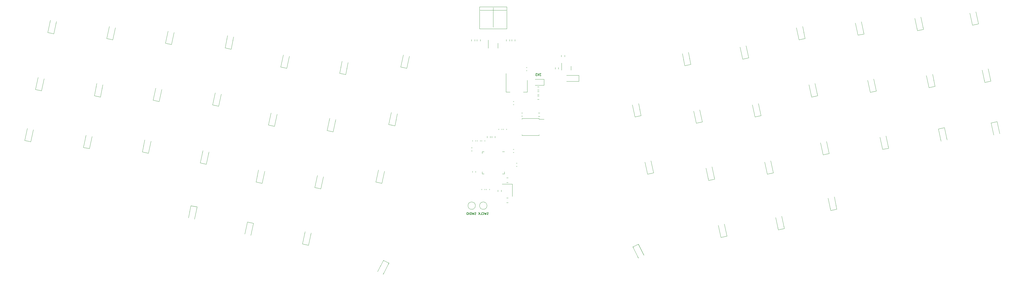
<source format=gbr>
%TF.GenerationSoftware,KiCad,Pcbnew,7.0.2*%
%TF.CreationDate,2024-09-11T18:36:25+10:00*%
%TF.ProjectId,keyboard,6b657962-6f61-4726-942e-6b696361645f,v1.0.0*%
%TF.SameCoordinates,Original*%
%TF.FileFunction,Legend,Bot*%
%TF.FilePolarity,Positive*%
%FSLAX46Y46*%
G04 Gerber Fmt 4.6, Leading zero omitted, Abs format (unit mm)*
G04 Created by KiCad (PCBNEW 7.0.2) date 2024-09-11 18:36:25*
%MOMM*%
%LPD*%
G01*
G04 APERTURE LIST*
%ADD10C,0.150000*%
%ADD11C,0.120000*%
%ADD12C,0.100000*%
%ADD13C,0.020000*%
G04 APERTURE END LIST*
D10*
X227900000Y-119964333D02*
X227466666Y-119964333D01*
X227466666Y-119964333D02*
X227700000Y-120231000D01*
X227700000Y-120231000D02*
X227600000Y-120231000D01*
X227600000Y-120231000D02*
X227533333Y-120264333D01*
X227533333Y-120264333D02*
X227500000Y-120297666D01*
X227500000Y-120297666D02*
X227466666Y-120364333D01*
X227466666Y-120364333D02*
X227466666Y-120531000D01*
X227466666Y-120531000D02*
X227500000Y-120597666D01*
X227500000Y-120597666D02*
X227533333Y-120631000D01*
X227533333Y-120631000D02*
X227600000Y-120664333D01*
X227600000Y-120664333D02*
X227800000Y-120664333D01*
X227800000Y-120664333D02*
X227866666Y-120631000D01*
X227866666Y-120631000D02*
X227900000Y-120597666D01*
X227266666Y-119964333D02*
X227033333Y-120664333D01*
X227033333Y-120664333D02*
X226799999Y-119964333D01*
X226633333Y-119964333D02*
X226199999Y-119964333D01*
X226199999Y-119964333D02*
X226433333Y-120231000D01*
X226433333Y-120231000D02*
X226333333Y-120231000D01*
X226333333Y-120231000D02*
X226266666Y-120264333D01*
X226266666Y-120264333D02*
X226233333Y-120297666D01*
X226233333Y-120297666D02*
X226199999Y-120364333D01*
X226199999Y-120364333D02*
X226199999Y-120531000D01*
X226199999Y-120531000D02*
X226233333Y-120597666D01*
X226233333Y-120597666D02*
X226266666Y-120631000D01*
X226266666Y-120631000D02*
X226333333Y-120664333D01*
X226333333Y-120664333D02*
X226533333Y-120664333D01*
X226533333Y-120664333D02*
X226599999Y-120631000D01*
X226599999Y-120631000D02*
X226633333Y-120597666D01*
X210866666Y-165631000D02*
X210766666Y-165664333D01*
X210766666Y-165664333D02*
X210600000Y-165664333D01*
X210600000Y-165664333D02*
X210533333Y-165631000D01*
X210533333Y-165631000D02*
X210500000Y-165597666D01*
X210500000Y-165597666D02*
X210466666Y-165531000D01*
X210466666Y-165531000D02*
X210466666Y-165464333D01*
X210466666Y-165464333D02*
X210500000Y-165397666D01*
X210500000Y-165397666D02*
X210533333Y-165364333D01*
X210533333Y-165364333D02*
X210600000Y-165331000D01*
X210600000Y-165331000D02*
X210733333Y-165297666D01*
X210733333Y-165297666D02*
X210800000Y-165264333D01*
X210800000Y-165264333D02*
X210833333Y-165231000D01*
X210833333Y-165231000D02*
X210866666Y-165164333D01*
X210866666Y-165164333D02*
X210866666Y-165097666D01*
X210866666Y-165097666D02*
X210833333Y-165031000D01*
X210833333Y-165031000D02*
X210800000Y-164997666D01*
X210800000Y-164997666D02*
X210733333Y-164964333D01*
X210733333Y-164964333D02*
X210566666Y-164964333D01*
X210566666Y-164964333D02*
X210466666Y-164997666D01*
X210233333Y-164964333D02*
X210066666Y-165664333D01*
X210066666Y-165664333D02*
X209933333Y-165164333D01*
X209933333Y-165164333D02*
X209799999Y-165664333D01*
X209799999Y-165664333D02*
X209633333Y-164964333D01*
X208966666Y-165597666D02*
X208999999Y-165631000D01*
X208999999Y-165631000D02*
X209099999Y-165664333D01*
X209099999Y-165664333D02*
X209166666Y-165664333D01*
X209166666Y-165664333D02*
X209266666Y-165631000D01*
X209266666Y-165631000D02*
X209333333Y-165564333D01*
X209333333Y-165564333D02*
X209366666Y-165497666D01*
X209366666Y-165497666D02*
X209399999Y-165364333D01*
X209399999Y-165364333D02*
X209399999Y-165264333D01*
X209399999Y-165264333D02*
X209366666Y-165131000D01*
X209366666Y-165131000D02*
X209333333Y-165064333D01*
X209333333Y-165064333D02*
X209266666Y-164997666D01*
X209266666Y-164997666D02*
X209166666Y-164964333D01*
X209166666Y-164964333D02*
X209099999Y-164964333D01*
X209099999Y-164964333D02*
X208999999Y-164997666D01*
X208999999Y-164997666D02*
X208966666Y-165031000D01*
X208333333Y-165664333D02*
X208666666Y-165664333D01*
X208666666Y-165664333D02*
X208666666Y-164964333D01*
X208099999Y-165664333D02*
X208099999Y-164964333D01*
X207699999Y-165664333D02*
X207999999Y-165264333D01*
X207699999Y-164964333D02*
X208099999Y-165364333D01*
X206866666Y-165631000D02*
X206766666Y-165664333D01*
X206766666Y-165664333D02*
X206600000Y-165664333D01*
X206600000Y-165664333D02*
X206533333Y-165631000D01*
X206533333Y-165631000D02*
X206500000Y-165597666D01*
X206500000Y-165597666D02*
X206466666Y-165531000D01*
X206466666Y-165531000D02*
X206466666Y-165464333D01*
X206466666Y-165464333D02*
X206500000Y-165397666D01*
X206500000Y-165397666D02*
X206533333Y-165364333D01*
X206533333Y-165364333D02*
X206600000Y-165331000D01*
X206600000Y-165331000D02*
X206733333Y-165297666D01*
X206733333Y-165297666D02*
X206800000Y-165264333D01*
X206800000Y-165264333D02*
X206833333Y-165231000D01*
X206833333Y-165231000D02*
X206866666Y-165164333D01*
X206866666Y-165164333D02*
X206866666Y-165097666D01*
X206866666Y-165097666D02*
X206833333Y-165031000D01*
X206833333Y-165031000D02*
X206800000Y-164997666D01*
X206800000Y-164997666D02*
X206733333Y-164964333D01*
X206733333Y-164964333D02*
X206566666Y-164964333D01*
X206566666Y-164964333D02*
X206466666Y-164997666D01*
X206233333Y-164964333D02*
X206066666Y-165664333D01*
X206066666Y-165664333D02*
X205933333Y-165164333D01*
X205933333Y-165164333D02*
X205799999Y-165664333D01*
X205799999Y-165664333D02*
X205633333Y-164964333D01*
X205366666Y-165664333D02*
X205366666Y-164964333D01*
X205366666Y-164964333D02*
X205199999Y-164964333D01*
X205199999Y-164964333D02*
X205099999Y-164997666D01*
X205099999Y-164997666D02*
X205033333Y-165064333D01*
X205033333Y-165064333D02*
X204999999Y-165131000D01*
X204999999Y-165131000D02*
X204966666Y-165264333D01*
X204966666Y-165264333D02*
X204966666Y-165364333D01*
X204966666Y-165364333D02*
X204999999Y-165497666D01*
X204999999Y-165497666D02*
X205033333Y-165564333D01*
X205033333Y-165564333D02*
X205099999Y-165631000D01*
X205099999Y-165631000D02*
X205199999Y-165664333D01*
X205199999Y-165664333D02*
X205366666Y-165664333D01*
X204666666Y-165664333D02*
X204666666Y-164964333D01*
X204200000Y-164964333D02*
X204066666Y-164964333D01*
X204066666Y-164964333D02*
X204000000Y-164997666D01*
X204000000Y-164997666D02*
X203933333Y-165064333D01*
X203933333Y-165064333D02*
X203900000Y-165197666D01*
X203900000Y-165197666D02*
X203900000Y-165431000D01*
X203900000Y-165431000D02*
X203933333Y-165564333D01*
X203933333Y-165564333D02*
X204000000Y-165631000D01*
X204000000Y-165631000D02*
X204066666Y-165664333D01*
X204066666Y-165664333D02*
X204200000Y-165664333D01*
X204200000Y-165664333D02*
X204266666Y-165631000D01*
X204266666Y-165631000D02*
X204333333Y-165564333D01*
X204333333Y-165564333D02*
X204366666Y-165431000D01*
X204366666Y-165431000D02*
X204366666Y-165197666D01*
X204366666Y-165197666D02*
X204333333Y-165064333D01*
X204333333Y-165064333D02*
X204266666Y-164997666D01*
X204266666Y-164997666D02*
X204200000Y-164964333D01*
D11*
%TO.C,D26*%
X178712424Y-181351215D02*
X176891922Y-184924151D01*
X176930411Y-180443234D02*
X178712424Y-181351215D01*
X176930411Y-180443234D02*
X175109909Y-184016170D01*
%TO.C,R8*%
X226995276Y-132727500D02*
X227504724Y-132727500D01*
X226995276Y-133772500D02*
X227504724Y-133772500D01*
%TO.C,D38*%
X304512524Y-170516340D02*
X303678798Y-166593968D01*
X306468819Y-170100517D02*
X304512524Y-170516340D01*
X306468819Y-170100517D02*
X305635093Y-166178145D01*
%TO.C,C10*%
X214240000Y-138146267D02*
X214240000Y-137853733D01*
X215260000Y-138146267D02*
X215260000Y-137853733D01*
%TO.C,D30*%
X259319589Y-175193234D02*
X261140091Y-178766170D01*
X257537576Y-176101215D02*
X259319589Y-175193234D01*
X257537576Y-176101215D02*
X259358078Y-179674151D01*
D12*
%TO.C,J1*%
X208027159Y-105412500D02*
X208027159Y-98312500D01*
X208027159Y-105412500D02*
X216827159Y-105412500D01*
D13*
X212427159Y-104932500D02*
X212427159Y-98612500D01*
D12*
X216627159Y-99412500D02*
X208227159Y-99412500D01*
X216827159Y-98312500D02*
X208027159Y-98312500D01*
X216827159Y-105412500D02*
X216827159Y-98312500D01*
D11*
%TO.C,D43*%
X330262524Y-107516340D02*
X329428798Y-103593968D01*
X332218819Y-107100517D02*
X330262524Y-107516340D01*
X332218819Y-107100517D02*
X331385093Y-103178145D01*
%TO.C,D3*%
X64531181Y-125100517D02*
X65364907Y-121178145D01*
X66487476Y-125516340D02*
X64531181Y-125100517D01*
X66487476Y-125516340D02*
X67321202Y-121593968D01*
%TO.C,D39*%
X311262524Y-109016340D02*
X310428798Y-105093968D01*
X313218819Y-108600517D02*
X311262524Y-109016340D01*
X313218819Y-108600517D02*
X312385093Y-104678145D01*
%TO.C,D25*%
X174531181Y-155100517D02*
X175364907Y-151178145D01*
X176487476Y-155516340D02*
X174531181Y-155100517D01*
X176487476Y-155516340D02*
X177321202Y-151593968D01*
%TO.C,C3*%
X216738748Y-153746250D02*
X217261252Y-153746250D01*
X216738748Y-155216250D02*
X217261252Y-155216250D01*
%TO.C,U3*%
X227225000Y-139975000D02*
X227225000Y-139715000D01*
X227225000Y-134785000D02*
X228900000Y-134785000D01*
X227225000Y-134525000D02*
X227225000Y-134785000D01*
X224500000Y-139975000D02*
X227225000Y-139975000D01*
X224500000Y-139975000D02*
X221775000Y-139975000D01*
X224500000Y-134525000D02*
X227225000Y-134525000D01*
X224500000Y-134525000D02*
X221775000Y-134525000D01*
X221775000Y-139975000D02*
X221775000Y-139715000D01*
X221775000Y-134525000D02*
X221775000Y-134785000D01*
%TO.C,D5*%
X87531181Y-108600517D02*
X88364907Y-104678145D01*
X89487476Y-109016340D02*
X87531181Y-108600517D01*
X89487476Y-109016340D02*
X90321202Y-105093968D01*
%TO.C,R4*%
X206488578Y-108907776D02*
X206488578Y-109417224D01*
X205443578Y-108907776D02*
X205443578Y-109417224D01*
%TO.C,C9*%
X207240000Y-141896267D02*
X207240000Y-141603733D01*
X208260000Y-141896267D02*
X208260000Y-141603733D01*
%TO.C,U4*%
X216071078Y-152422500D02*
X216071078Y-151772500D01*
X215421078Y-152422500D02*
X216071078Y-152422500D01*
X215421078Y-145202500D02*
X216071078Y-145202500D01*
X209501078Y-152422500D02*
X208851078Y-152422500D01*
X209501078Y-145202500D02*
X208851078Y-145202500D01*
X208851078Y-152422500D02*
X208851078Y-151772500D01*
X208851078Y-145202500D02*
X208851078Y-145852500D01*
%TO.C,D34*%
X286012524Y-173016340D02*
X285178798Y-169093968D01*
X287968819Y-172600517D02*
X286012524Y-173016340D01*
X287968819Y-172600517D02*
X287135093Y-168678145D01*
%TO.C,D14*%
X116718819Y-163149483D02*
X115885093Y-167071855D01*
X114762524Y-162733660D02*
X116718819Y-163149483D01*
X114762524Y-162733660D02*
X113928798Y-166656032D01*
%TO.C,D42*%
X321512524Y-164266340D02*
X320678798Y-160343968D01*
X323468819Y-163850517D02*
X321512524Y-164266340D01*
X323468819Y-163850517D02*
X322635093Y-159928145D01*
%TO.C,R13*%
X211522500Y-140245276D02*
X211522500Y-140754724D01*
X210477500Y-140245276D02*
X210477500Y-140754724D01*
%TO.C,D44*%
X334262524Y-126016340D02*
X333428798Y-122093968D01*
X336218819Y-125600517D02*
X334262524Y-126016340D01*
X336218819Y-125600517D02*
X335385093Y-121678145D01*
%TO.C,D11*%
X125781181Y-111600517D02*
X126614907Y-107678145D01*
X127737476Y-112016340D02*
X125781181Y-111600517D01*
X127737476Y-112016340D02*
X128571202Y-108093968D01*
%TO.C,D50*%
X371262524Y-122766340D02*
X370428798Y-118843968D01*
X373218819Y-122350517D02*
X371262524Y-122766340D01*
X373218819Y-122350517D02*
X372385093Y-118428145D01*
%TO.C,C16*%
X218853733Y-144490000D02*
X219146267Y-144490000D01*
X218853733Y-145510000D02*
X219146267Y-145510000D01*
%TO.C,D1*%
X228860000Y-123710000D02*
X226000000Y-123710000D01*
X228860000Y-121790000D02*
X228860000Y-123710000D01*
X226000000Y-121790000D02*
X228860000Y-121790000D01*
%TO.C,C12*%
X205646267Y-145010000D02*
X205353733Y-145010000D01*
X205646267Y-143990000D02*
X205353733Y-143990000D01*
%TO.C,R12*%
X213022500Y-140245276D02*
X213022500Y-140754724D01*
X211977500Y-140245276D02*
X211977500Y-140754724D01*
%TO.C,D48*%
X358237476Y-137483660D02*
X359071202Y-141406032D01*
X356281181Y-137899483D02*
X358237476Y-137483660D01*
X356281181Y-137899483D02*
X357114907Y-141821855D01*
%TO.C,D12*%
X121781181Y-130100517D02*
X122614907Y-126178145D01*
X123737476Y-130516340D02*
X121781181Y-130100517D01*
X123737476Y-130516340D02*
X124571202Y-126593968D01*
%TO.C,D7*%
X80031181Y-143850517D02*
X80864907Y-139928145D01*
X81987476Y-144266340D02*
X80031181Y-143850517D01*
X81987476Y-144266340D02*
X82821202Y-140343968D01*
%TO.C,D10*%
X99031181Y-145350517D02*
X99864907Y-141428145D01*
X100987476Y-145766340D02*
X99031181Y-145350517D01*
X100987476Y-145766340D02*
X101821202Y-141843968D01*
%TO.C,D16*%
X139781181Y-136600517D02*
X140614907Y-132678145D01*
X141737476Y-137016340D02*
X139781181Y-136600517D01*
X141737476Y-137016340D02*
X142571202Y-133093968D01*
%TO.C,D9*%
X102531181Y-128600517D02*
X103364907Y-124678145D01*
X104487476Y-129016340D02*
X102531181Y-128600517D01*
X104487476Y-129016340D02*
X105321202Y-125093968D01*
%TO.C,C4*%
X217261252Y-161716250D02*
X216738748Y-161716250D01*
X217261252Y-160246250D02*
X216738748Y-160246250D01*
%TO.C,D47*%
X353262524Y-124516340D02*
X352428798Y-120593968D01*
X355218819Y-124100517D02*
X353262524Y-124516340D01*
X355218819Y-124100517D02*
X354385093Y-120178145D01*
%TO.C,C13*%
X206760000Y-151603733D02*
X206760000Y-151896267D01*
X205740000Y-151603733D02*
X205740000Y-151896267D01*
%TO.C,D27*%
X240110000Y-122500000D02*
X236100000Y-122500000D01*
X240110000Y-120500000D02*
X240110000Y-122500000D01*
X240110000Y-120500000D02*
X236100000Y-120500000D01*
%TO.C,D19*%
X162781181Y-119850517D02*
X163614907Y-115928145D01*
X164737476Y-120266340D02*
X162781181Y-119850517D01*
X164737476Y-120266340D02*
X165571202Y-116343968D01*
%TO.C,D49*%
X367262524Y-104266340D02*
X366428798Y-100343968D01*
X369218819Y-103850517D02*
X367262524Y-104266340D01*
X369218819Y-103850517D02*
X368385093Y-99928145D01*
%TO.C,TP2*%
X210450000Y-162750000D02*
G75*
G03*
X210450000Y-162750000I-1200000J0D01*
G01*
%TO.C,D15*%
X143781181Y-117850517D02*
X144614907Y-113928145D01*
X145737476Y-118266340D02*
X143781181Y-117850517D01*
X145737476Y-118266340D02*
X146571202Y-114343968D01*
%TO.C,D35*%
X293012524Y-115266340D02*
X292178798Y-111343968D01*
X294968819Y-114850517D02*
X293012524Y-115266340D01*
X294968819Y-114850517D02*
X294135093Y-110928145D01*
%TO.C,D32*%
X278012524Y-136016340D02*
X277178798Y-132093968D01*
X279968819Y-135600517D02*
X278012524Y-136016340D01*
X279968819Y-135600517D02*
X279135093Y-131678145D01*
%TO.C,D51*%
X375237476Y-135483660D02*
X376071202Y-139406032D01*
X373281181Y-135899483D02*
X375237476Y-135483660D01*
X373281181Y-135899483D02*
X374114907Y-139821855D01*
%TO.C,D31*%
X274355578Y-117380284D02*
X273521852Y-113457912D01*
X276311873Y-116964461D02*
X274355578Y-117380284D01*
X276311873Y-116964461D02*
X275478147Y-113042089D01*
%TO.C,C7*%
X215740000Y-138146267D02*
X215740000Y-137853733D01*
X216760000Y-138146267D02*
X216760000Y-137853733D01*
%TO.C,Q1*%
X237610000Y-118187500D02*
X237610000Y-117537500D01*
X237610000Y-118187500D02*
X237610000Y-118837500D01*
X234490000Y-118187500D02*
X234490000Y-116512500D01*
X234490000Y-118187500D02*
X234490000Y-118837500D01*
%TO.C,R2*%
X226745276Y-125727500D02*
X227254724Y-125727500D01*
X226745276Y-126772500D02*
X227254724Y-126772500D01*
%TO.C,D28*%
X258262524Y-134016340D02*
X257428798Y-130093968D01*
X260218819Y-133600517D02*
X258262524Y-134016340D01*
X260218819Y-133600517D02*
X259385093Y-129678145D01*
%TO.C,D33*%
X282012524Y-154516340D02*
X281178798Y-150593968D01*
X283968819Y-154100517D02*
X282012524Y-154516340D01*
X283968819Y-154100517D02*
X283135093Y-150178145D01*
%TO.C,D6*%
X83531181Y-127100517D02*
X84364907Y-123178145D01*
X85487476Y-127516340D02*
X83531181Y-127100517D01*
X85487476Y-127516340D02*
X86321202Y-123593968D01*
%TO.C,Y1*%
X218650000Y-155731250D02*
X218650000Y-159731250D01*
X215350000Y-155731250D02*
X218650000Y-155731250D01*
%TO.C,R1*%
X227254724Y-128272500D02*
X226745276Y-128272500D01*
X227254724Y-127227500D02*
X226745276Y-127227500D01*
%TO.C,R11*%
X213977500Y-158235974D02*
X213977500Y-157726526D01*
X215022500Y-158235974D02*
X215022500Y-157726526D01*
%TO.C,C2*%
X219146267Y-130010000D02*
X218853733Y-130010000D01*
X219146267Y-128990000D02*
X218853733Y-128990000D01*
%TO.C,D41*%
X319012524Y-146266340D02*
X318178798Y-142343968D01*
X320968819Y-145850517D02*
X319012524Y-146266340D01*
X320968819Y-145850517D02*
X320135093Y-141928145D01*
%TO.C,C6*%
X209760000Y-157353733D02*
X209760000Y-157646267D01*
X208740000Y-157353733D02*
X208740000Y-157646267D01*
%TO.C,D40*%
X315262524Y-127516340D02*
X314428798Y-123593968D01*
X317218819Y-127100517D02*
X315262524Y-127516340D01*
X317218819Y-127100517D02*
X316385093Y-123178145D01*
%TO.C,D29*%
X262262524Y-152516340D02*
X261428798Y-148593968D01*
X264218819Y-152100517D02*
X262262524Y-152516340D01*
X264218819Y-152100517D02*
X263385093Y-148178145D01*
%TO.C,D37*%
X301012524Y-152516340D02*
X300178798Y-148593968D01*
X302968819Y-152100517D02*
X301012524Y-152516340D01*
X302968819Y-152100517D02*
X302135093Y-148178145D01*
%TO.C,D13*%
X117781181Y-148850517D02*
X118614907Y-144928145D01*
X119737476Y-149266340D02*
X117781181Y-148850517D01*
X119737476Y-149266340D02*
X120571202Y-145343968D01*
%TO.C,D21*%
X154781181Y-156850517D02*
X155614907Y-152928145D01*
X156737476Y-157266340D02*
X154781181Y-156850517D01*
X156737476Y-157266340D02*
X157571202Y-153343968D01*
%TO.C,C15*%
X211260000Y-157353733D02*
X211260000Y-157646267D01*
X210240000Y-157353733D02*
X210240000Y-157646267D01*
%TO.C,R5*%
X208248578Y-108907776D02*
X208248578Y-109417224D01*
X207203578Y-108907776D02*
X207203578Y-109417224D01*
%TO.C,D2*%
X68531181Y-106600517D02*
X69364907Y-102678145D01*
X70487476Y-107016340D02*
X68531181Y-106600517D01*
X70487476Y-107016340D02*
X71321202Y-103093968D01*
%TO.C,C1*%
X223103733Y-117990000D02*
X223396267Y-117990000D01*
X223103733Y-119010000D02*
X223396267Y-119010000D01*
%TO.C,TP1*%
X206700000Y-162750000D02*
G75*
G03*
X206700000Y-162750000I-1200000J0D01*
G01*
%TO.C,D46*%
X349512524Y-106016340D02*
X348678798Y-102093968D01*
X351468819Y-105600517D02*
X349512524Y-106016340D01*
X351468819Y-105600517D02*
X350635093Y-101678145D01*
%TO.C,U2*%
X213987156Y-110912500D02*
X213987156Y-110112500D01*
X213987156Y-110912500D02*
X213987156Y-111712500D01*
X210867156Y-110912500D02*
X210867156Y-109112500D01*
X210867156Y-110912500D02*
X210867156Y-111712500D01*
%TO.C,C8*%
X208740000Y-141896267D02*
X208740000Y-141603733D01*
X209760000Y-141896267D02*
X209760000Y-141603733D01*
%TO.C,U1*%
X216590000Y-119900000D02*
X216590000Y-125910000D01*
X223410000Y-122150000D02*
X223410000Y-125910000D01*
X223410000Y-125910000D02*
X222150000Y-125910000D01*
X216590000Y-125910000D02*
X217850000Y-125910000D01*
%TO.C,C14*%
X219853733Y-148990000D02*
X220146267Y-148990000D01*
X219853733Y-150010000D02*
X220146267Y-150010000D01*
%TO.C,D20*%
X158781181Y-138350517D02*
X159614907Y-134428145D01*
X160737476Y-138766340D02*
X158781181Y-138350517D01*
X160737476Y-138766340D02*
X161571202Y-134843968D01*
%TO.C,R3*%
X227254724Y-125272500D02*
X226745276Y-125272500D01*
X227254724Y-124227500D02*
X226745276Y-124227500D01*
%TO.C,C11*%
X205740000Y-141896267D02*
X205740000Y-141603733D01*
X206760000Y-141896267D02*
X206760000Y-141603733D01*
%TO.C,R10*%
X232477500Y-118504724D02*
X232477500Y-117995276D01*
X233522500Y-118504724D02*
X233522500Y-117995276D01*
%TO.C,D45*%
X338262524Y-144516340D02*
X337428798Y-140593968D01*
X340218819Y-144100517D02*
X338262524Y-144516340D01*
X340218819Y-144100517D02*
X339385093Y-140178145D01*
%TO.C,D17*%
X135781181Y-155100517D02*
X136614907Y-151178145D01*
X137737476Y-155516340D02*
X135781181Y-155100517D01*
X137737476Y-155516340D02*
X138571202Y-151593968D01*
%TO.C,D23*%
X182531181Y-117850517D02*
X183364907Y-113928145D01*
X184487476Y-118266340D02*
X182531181Y-117850517D01*
X184487476Y-118266340D02*
X185321202Y-114343968D01*
%TO.C,C5*%
X221603733Y-132740000D02*
X221896267Y-132740000D01*
X221603733Y-133760000D02*
X221896267Y-133760000D01*
%TO.C,R9*%
X235522500Y-113995276D02*
X235522500Y-114504724D01*
X234477500Y-113995276D02*
X234477500Y-114504724D01*
%TO.C,D8*%
X106531181Y-110100517D02*
X107364907Y-106178145D01*
X108487476Y-110516340D02*
X106531181Y-110100517D01*
X108487476Y-110516340D02*
X109321202Y-106593968D01*
%TO.C,R7*%
X219478578Y-108907776D02*
X219478578Y-109417224D01*
X218433578Y-108907776D02*
X218433578Y-109417224D01*
%TO.C,D36*%
X297012524Y-134016340D02*
X296178798Y-130093968D01*
X298968819Y-133600517D02*
X297012524Y-134016340D01*
X298968819Y-133600517D02*
X298135093Y-129678145D01*
%TO.C,D4*%
X61031181Y-141600517D02*
X61864907Y-137678145D01*
X62987476Y-142016340D02*
X61031181Y-141600517D01*
X62987476Y-142016340D02*
X63821202Y-138093968D01*
%TO.C,D18*%
X134968819Y-168399483D02*
X134135093Y-172321855D01*
X133012524Y-167983660D02*
X134968819Y-168399483D01*
X133012524Y-167983660D02*
X132178798Y-171906032D01*
%TO.C,R6*%
X217738578Y-108907776D02*
X217738578Y-109417224D01*
X216693578Y-108907776D02*
X216693578Y-109417224D01*
%TO.C,D24*%
X178688127Y-136464461D02*
X179521853Y-132542089D01*
X180644422Y-136880284D02*
X178688127Y-136464461D01*
X180644422Y-136880284D02*
X181478148Y-132957912D01*
%TO.C,D22*%
X150781181Y-175100517D02*
X151614907Y-171178145D01*
X152737476Y-175516340D02*
X150781181Y-175100517D01*
X152737476Y-175516340D02*
X153571202Y-171593968D01*
%TD*%
M02*

</source>
